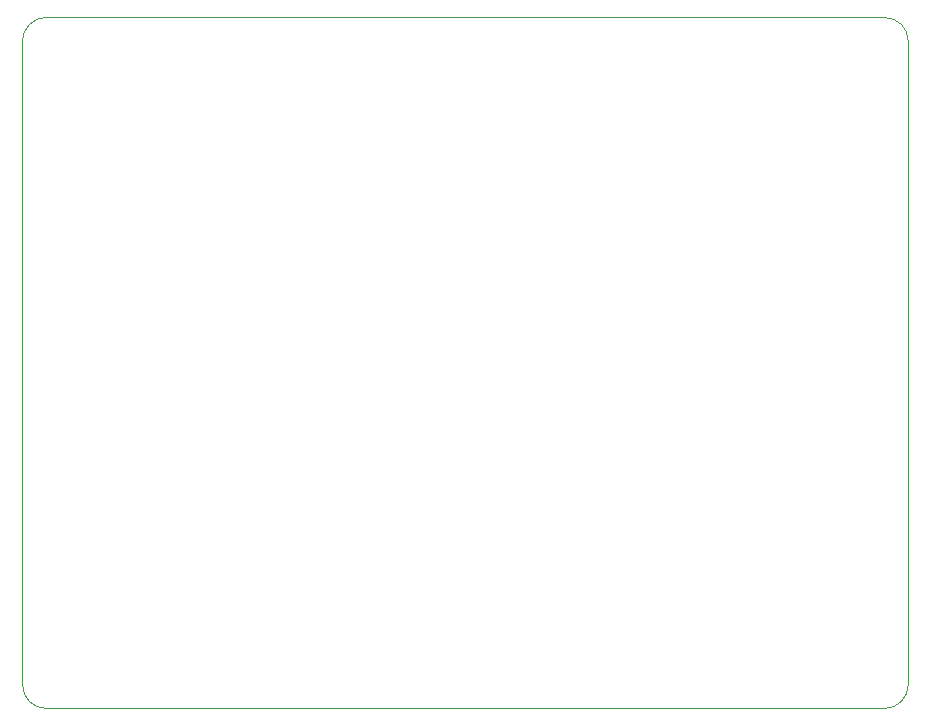
<source format=gm1>
G04 Layer_Color=16711935*
%FSLAX25Y25*%
%MOIN*%
G70*
G01*
G75*
%ADD36C,0.00197*%
D36*
X84646Y110236D02*
G03*
X92520Y102362I7874J0D01*
G01*
X372047D02*
G03*
X379921Y110236I0J7874D01*
G01*
Y324803D02*
G03*
X372047Y332677I-7874J0D01*
G01*
X92520D02*
G03*
X84646Y324803I0J-7874D01*
G01*
Y110236D02*
Y324803D01*
X92520Y102362D02*
X372047D01*
X379921Y110236D02*
Y324803D01*
X92520Y332677D02*
X372047D01*
M02*

</source>
